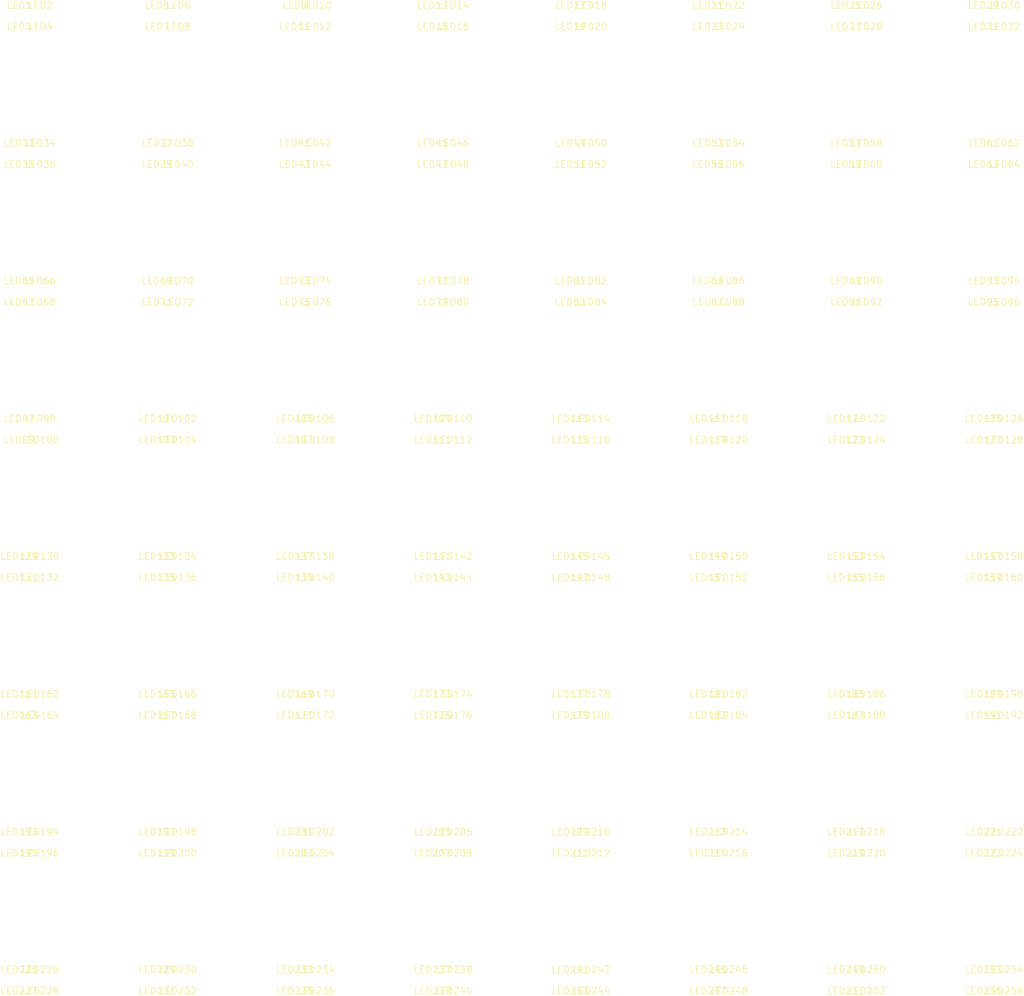
<source format=kicad_pcb>
(kicad_pcb (version 20241229) (generator "pcbnew") (generator_version "9.0")
  (layers (0 "F.Cu" signal) (2 "B.Cu" signal) (13 "F.Paste" user) (15 "B.Paste" user) (5 "F.SilkS" user "F.Silkscreen") (7 "B.SilkS" user "B.Silkscreen") (1 "F.Mask" user) (3 "B.Mask" user) (25 "Edge.Cuts" user))
  (net 0 "")
  (footprint "rp2040" (layer "F.Cu") (at 132 80)
    (property "Reference" "LED120" (at 0 0 0) (layer "F.SilkS") (effects (font (size 1.27 1.27))))
    (property "Value" "")
  )
  (footprint "rp2040" (layer "F.Cu") (at 54 24)
    (property "Reference" "LED42" (at 0 0 0) (layer "F.SilkS") (effects (font (size 1.27 1.27))))
    (property "Value" "")
  )
  (footprint "rp2040" (layer "F.Cu") (at 80 50)
    (property "Reference" "LED78" (at 0 0 0) (layer "F.SilkS") (effects (font (size 1.27 1.27))))
    (property "Value" "")
  )
  (footprint "rp2040" (layer "F.Cu") (at 50 54)
    (property "Reference" "LED75" (at 0 0 0) (layer "F.SilkS") (effects (font (size 1.27 1.27))))
    (property "Value" "")
  )
  (footprint "rp2040" (layer "F.Cu") (at 54 106)
    (property "Reference" "LED140" (at 0 0 0) (layer "F.SilkS") (effects (font (size 1.27 1.27))))
    (property "Value" "")
  )
  (footprint "rp2040" (layer "F.Cu") (at 128 80)
    (property "Reference" "LED119" (at 0 0 0) (layer "F.SilkS") (effects (font (size 1.27 1.27))))
    (property "Value" "")
  )
  (footprint "rp2040" (layer "F.Cu") (at 76 76)
    (property "Reference" "LED109" (at 0 0 0) (layer "F.SilkS") (effects (font (size 1.27 1.27))))
    (property "Value" "")
  )
  (footprint "rp2040" (layer "F.Cu") (at 80 2)
    (property "Reference" "LED16" (at 0 0 0) (layer "F.SilkS") (effects (font (size 1.27 1.27))))
    (property "Value" "")
  )
  (footprint "rp2040" (layer "F.Cu") (at 106 106)
    (property "Reference" "LED148" (at 0 0 0) (layer "F.SilkS") (effects (font (size 1.27 1.27))))
    (property "Value" "")
  )
  (footprint "rp2040" (layer "F.Cu") (at 28 50)
    (property "Reference" "LED70" (at 0 0 0) (layer "F.SilkS") (effects (font (size 1.27 1.27))))
    (property "Value" "")
  )
  (footprint "rp2040" (layer "F.Cu") (at 132 76)
    (property "Reference" "LED118" (at 0 0 0) (layer "F.SilkS") (effects (font (size 1.27 1.27))))
    (property "Value" "")
  )
  (footprint "rp2040" (layer "F.Cu") (at 76 54)
    (property "Reference" "LED79" (at 0 0 0) (layer "F.SilkS") (effects (font (size 1.27 1.27))))
    (property "Value" "")
  )
  (footprint "rp2040" (layer "F.Cu") (at 54 -2)
    (property "Reference" "LED10" (at 0 0 0) (layer "F.SilkS") (effects (font (size 1.27 1.27))))
    (property "Value" "")
  )
  (footprint "rp2040" (layer "F.Cu") (at 106 76)
    (property "Reference" "LED114" (at 0 0 0) (layer "F.SilkS") (effects (font (size 1.27 1.27))))
    (property "Value" "")
  )
  (footprint "rp2040" (layer "F.Cu") (at 2 28)
    (property "Reference" "LED36" (at 0 0 0) (layer "F.SilkS") (effects (font (size 1.27 1.27))))
    (property "Value" "")
  )
  (footprint "rp2040" (layer "F.Cu") (at 128 106)
    (property "Reference" "LED151" (at 0 0 0) (layer "F.SilkS") (effects (font (size 1.27 1.27))))
    (property "Value" "")
  )
  (footprint "rp2040" (layer "F.Cu") (at 128 132)
    (property "Reference" "LED183" (at 0 0 0) (layer "F.SilkS") (effects (font (size 1.27 1.27))))
    (property "Value" "")
  )
  (footprint "rp2040" (layer "F.Cu") (at 2 106)
    (property "Reference" "LED132" (at 0 0 0) (layer "F.SilkS") (effects (font (size 1.27 1.27))))
    (property "Value" "")
  )
  (footprint "rp2040" (layer "F.Cu") (at 158 132)
    (property "Reference" "LED188" (at 0 0 0) (layer "F.SilkS") (effects (font (size 1.27 1.27))))
    (property "Value" "")
  )
  (footprint "rp2040" (layer "F.Cu") (at 158 80)
    (property "Reference" "LED124" (at 0 0 0) (layer "F.SilkS") (effects (font (size 1.27 1.27))))
    (property "Value" "")
  )
  (footprint "rp2040" (layer "F.Cu") (at 76 154)
    (property "Reference" "LED205" (at 0 0 0) (layer "F.SilkS") (effects (font (size 1.27 1.27))))
    (property "Value" "")
  )
  (footprint "rp2040" (layer "F.Cu") (at 184 54)
    (property "Reference" "LED96" (at 0 0 0) (layer "F.SilkS") (effects (font (size 1.27 1.27))))
    (property "Value" "")
  )
  (footprint "rp2040" (layer "F.Cu") (at 128 180)
    (property "Reference" "LED245" (at 0 0 0) (layer "F.SilkS") (effects (font (size 1.27 1.27))))
    (property "Value" "")
  )
  (footprint "rp2040" (layer "F.Cu") (at 132 2)
    (property "Reference" "LED24" (at 0 0 0) (layer "F.SilkS") (effects (font (size 1.27 1.27))))
    (property "Value" "")
  )
  (footprint "rp2040" (layer "F.Cu") (at 76 102)
    (property "Reference" "LED141" (at 0 0 0) (layer "F.SilkS") (effects (font (size 1.27 1.27))))
    (property "Value" "")
  )
  (footprint "rp2040" (layer "F.Cu") (at -2 180)
    (property "Reference" "LED225" (at 0 0 0) (layer "F.SilkS") (effects (font (size 1.27 1.27))))
    (property "Value" "")
  )
  (footprint "rp2040" (layer "F.Cu") (at 106 24)
    (property "Reference" "LED50" (at 0 0 0) (layer "F.SilkS") (effects (font (size 1.27 1.27))))
    (property "Value" "")
  )
  (footprint "rp2040" (layer "F.Cu") (at 76 158)
    (property "Reference" "LED207" (at 0 0 0) (layer "F.SilkS") (effects (font (size 1.27 1.27))))
    (property "Value" "")
  )
  (footprint "rp2040" (layer "F.Cu") (at 28 128)
    (property "Reference" "LED166" (at 0 0 0) (layer "F.SilkS") (effects (font (size 1.27 1.27))))
    (property "Value" "")
  )
  (footprint "rp2040" (layer "F.Cu") (at 102 24)
    (property "Reference" "LED49" (at 0 0 0) (layer "F.SilkS") (effects (font (size 1.27 1.27))))
    (property "Value" "")
  )
  (footprint "rp2040" (layer "F.Cu") (at 154 24)
    (property "Reference" "LED57" (at 0 0 0) (layer "F.SilkS") (effects (font (size 1.27 1.27))))
    (property "Value" "")
  )
  (footprint "rp2040" (layer "F.Cu") (at 158 24)
    (property "Reference" "LED58" (at 0 0 0) (layer "F.SilkS") (effects (font (size 1.27 1.27))))
    (property "Value" "")
  )
  (footprint "rp2040" (layer "F.Cu") (at 80 132)
    (property "Reference" "LED176" (at 0 0 0) (layer "F.SilkS") (effects (font (size 1.27 1.27))))
    (property "Value" "")
  )
  (footprint "rp2040" (layer "F.Cu") (at 184 132)
    (property "Reference" "LED192" (at 0 0 0) (layer "F.SilkS") (effects (font (size 1.27 1.27))))
    (property "Value" "")
  )
  (footprint "rp2040" (layer "F.Cu") (at 50 106)
    (property "Reference" "LED139" (at 0 0 0) (layer "F.SilkS") (effects (font (size 1.27 1.27))))
    (property "Value" "")
  )
  (footprint "rp2040" (layer "F.Cu") (at 132 154)
    (property "Reference" "LED214" (at 0 0 0) (layer "F.SilkS") (effects (font (size 1.27 1.27))))
    (property "Value" "")
  )
  (footprint "rp2040" (layer "F.Cu") (at 80 80)
    (property "Reference" "LED112" (at 0 0 0) (layer "F.SilkS") (effects (font (size 1.27 1.27))))
    (property "Value" "")
  )
  (footprint "rp2040" (layer "F.Cu") (at 50 158)
    (property "Reference" "LED203" (at 0 0 0) (layer "F.SilkS") (effects (font (size 1.27 1.27))))
    (property "Value" "")
  )
  (footprint "rp2040" (layer "F.Cu") (at 180 154)
    (property "Reference" "LED221" (at 0 0 0) (layer "F.SilkS") (effects (font (size 1.27 1.27))))
    (property "Value" "")
  )
  (footprint "rp2040" (layer "F.Cu") (at 76 180)
    (property "Reference" "LED237" (at 0 0 0) (layer "F.SilkS") (effects (font (size 1.27 1.27))))
    (property "Value" "")
  )
  (footprint "rp2040" (layer "F.Cu") (at 80 -2)
    (property "Reference" "LED14" (at 0 0 0) (layer "F.SilkS") (effects (font (size 1.27 1.27))))
    (property "Value" "")
  )
  (footprint "rp2040" (layer "F.Cu") (at 24 76)
    (property "Reference" "LED101" (at 0 0 0) (layer "F.SilkS") (effects (font (size 1.27 1.27))))
    (property "Value" "")
  )
  (footprint "rp2040" (layer "F.Cu") (at 102 102)
    (property "Reference" "LED145" (at 0 0 0) (layer "F.SilkS") (effects (font (size 1.27 1.27))))
    (property "Value" "")
  )
  (footprint "rp2040" (layer "F.Cu") (at -2 80)
    (property "Reference" "LED99" (at 0 0 0) (layer "F.SilkS") (effects (font (size 1.27 1.27))))
    (property "Value" "")
  )
  (footprint "rp2040" (layer "F.Cu") (at 54 76)
    (property "Reference" "LED106" (at 0 0 0) (layer "F.SilkS") (effects (font (size 1.27 1.27))))
    (property "Value" "")
  )
  (footprint "rp2040" (layer "F.Cu") (at -2 128)
    (property "Reference" "LED161" (at 0 0 0) (layer "F.SilkS") (effects (font (size 1.27 1.27))))
    (property "Value" "")
  )
  (footprint "rp2040" (layer "F.Cu") (at 50 102)
    (property "Reference" "LED137" (at 0 0 0) (layer "F.SilkS") (effects (font (size 1.27 1.27))))
    (property "Value" "")
  )
  (footprint "rp2040" (layer "F.Cu") (at 102 50)
    (property "Reference" "LED81" (at 0 0 0) (layer "F.SilkS") (effects (font (size 1.27 1.27))))
    (property "Value" "")
  )
  (footprint "rp2040" (layer "F.Cu") (at 2 154)
    (property "Reference" "LED194" (at 0 0 0) (layer "F.SilkS") (effects (font (size 1.27 1.27))))
    (property "Value" "")
  )
  (footprint "rp2040" (layer "F.Cu") (at 80 184)
    (property "Reference" "LED240" (at 0 0 0) (layer "F.SilkS") (effects (font (size 1.27 1.27))))
    (property "Value" "")
  )
  (footprint "rp2040" (layer "F.Cu") (at 132 180)
    (property "Reference" "LED246" (at 0 0 0) (layer "F.SilkS") (effects (font (size 1.27 1.27))))
    (property "Value" "")
  )
  (footprint "rp2040" (layer "F.Cu") (at 128 102)
    (property "Reference" "LED149" (at 0 0 0) (layer "F.SilkS") (effects (font (size 1.27 1.27))))
    (property "Value" "")
  )
  (footprint "rp2040" (layer "F.Cu") (at 106 132)
    (property "Reference" "LED180" (at 0 0 0) (layer "F.SilkS") (effects (font (size 1.27 1.27))))
    (property "Value" "")
  )
  (footprint "rp2040" (layer "F.Cu") (at 154 102)
    (property "Reference" "LED153" (at 0 0 0) (layer "F.SilkS") (effects (font (size 1.27 1.27))))
    (property "Value" "")
  )
  (footprint "rp2040" (layer "F.Cu") (at 102 76)
    (property "Reference" "LED113" (at 0 0 0) (layer "F.SilkS") (effects (font (size 1.27 1.27))))
    (property "Value" "")
  )
  (footprint "rp2040" (layer "F.Cu") (at 128 28)
    (property "Reference" "LED55" (at 0 0 0) (layer "F.SilkS") (effects (font (size 1.27 1.27))))
    (property "Value" "")
  )
  (footprint "rp2040" (layer "F.Cu") (at 158 184)
    (property "Reference" "LED252" (at 0 0 0) (layer "F.SilkS") (effects (font (size 1.27 1.27))))
    (property "Value" "")
  )
  (footprint "rp2040" (layer "F.Cu") (at 76 132)
    (property "Reference" "LED175" (at 0 0 0) (layer "F.SilkS") (effects (font (size 1.27 1.27))))
    (property "Value" "")
  )
  (footprint "rp2040" (layer "F.Cu") (at 106 180)
    (property "Reference" "LED242" (at 0 0 0) (layer "F.SilkS") (effects (font (size 1.27 1.27))))
    (property "Value" "")
  )
  (footprint "rp2040" (layer "F.Cu") (at 158 158)
    (property "Reference" "LED220" (at 0 0 0) (layer "F.SilkS") (effects (font (size 1.27 1.27))))
    (property "Value" "")
  )
  (footprint "rp2040" (layer "F.Cu") (at 154 132)
    (property "Reference" "LED187" (at 0 0 0) (layer "F.SilkS") (effects (font (size 1.27 1.27))))
    (property "Value" "")
  )
  (footprint "rp2040" (layer "F.Cu") (at 2 24)
    (property "Reference" "LED34" (at 0 0 0) (layer "F.SilkS") (effects (font (size 1.27 1.27))))
    (property "Value" "")
  )
  (footprint "rp2040" (layer "F.Cu") (at 102 106)
    (property "Reference" "LED147" (at 0 0 0) (layer "F.SilkS") (effects (font (size 1.27 1.27))))
    (property "Value" "")
  )
  (footprint "rp2040" (layer "F.Cu") (at 106 128)
    (property "Reference" "LED178" (at 0 0 0) (layer "F.SilkS") (effects (font (size 1.27 1.27))))
    (property "Value" "")
  )
  (footprint "rp2040" (layer "F.Cu") (at 154 158)
    (property "Reference" "LED219" (at 0 0 0) (layer "F.SilkS") (effects (font (size 1.27 1.27))))
    (property "Value" "")
  )
  (footprint "rp2040" (layer "F.Cu") (at 128 50)
    (property "Reference" "LED85" (at 0 0 0) (layer "F.SilkS") (effects (font (size 1.27 1.27))))
    (property "Value" "")
  )
  (footprint "rp2040" (layer "F.Cu") (at 180 184)
    (property "Reference" "LED255" (at 0 0 0) (layer "F.SilkS") (effects (font (size 1.27 1.27))))
    (property "Value" "")
  )
  (footprint "rp2040" (layer "F.Cu") (at 54 54)
    (property "Reference" "LED76" (at 0 0 0) (layer "F.SilkS") (effects (font (size 1.27 1.27))))
    (property "Value" "")
  )
  (footprint "rp2040" (layer "F.Cu") (at 80 24)
    (property "Reference" "LED46" (at 0 0 0) (layer "F.SilkS") (effects (font (size 1.27 1.27))))
    (property "Value" "")
  )
  (footprint "rp2040" (layer "F.Cu") (at 106 28)
    (property "Reference" "LED52" (at 0 0 0) (layer "F.SilkS") (effects (font (size 1.27 1.27))))
    (property "Value" "")
  )
  (footprint "rp2040" (layer "F.Cu") (at 158 102)
    (property "Reference" "LED154" (at 0 0 0) (layer "F.SilkS") (effects (font (size 1.27 1.27))))
    (property "Value" "")
  )
  (footprint "rp2040" (layer "F.Cu") (at -2 50)
    (property "Reference" "LED65" (at 0 0 0) (layer "F.SilkS") (effects (font (size 1.27 1.27))))
    (property "Value" "")
  )
  (footprint "rp2040" (layer "F.Cu") (at 184 76)
    (property "Reference" "LED126" (at 0 0 0) (layer "F.SilkS") (effects (font (size 1.27 1.27))))
    (property "Value" "")
  )
  (footprint "rp2040" (layer "F.Cu") (at 132 132)
    (property "Reference" "LED184" (at 0 0 0) (layer "F.SilkS") (effects (font (size 1.27 1.27))))
    (property "Value" "")
  )
  (footprint "rp2040" (layer "F.Cu") (at 102 -2)
    (property "Reference" "LED17" (at 0 0 0) (layer "F.SilkS") (effects (font (size 1.27 1.27))))
    (property "Value" "")
  )
  (footprint "rp2040" (layer "F.Cu") (at 80 158)
    (property "Reference" "LED208" (at 0 0 0) (layer "F.SilkS") (effects (font (size 1.27 1.27))))
    (property "Value" "")
  )
  (footprint "rp2040" (layer "F.Cu") (at 180 -2)
    (property "Reference" "LED29" (at 0 0 0) (layer "F.SilkS") (effects (font (size 1.27 1.27))))
    (property "Value" "")
  )
  (footprint "rp2040" (layer "F.Cu") (at 24 106)
    (property "Reference" "LED135" (at 0 0 0) (layer "F.SilkS") (effects (font (size 1.27 1.27))))
    (property "Value" "")
  )
  (footprint "rp2040" (layer "F.Cu") (at 184 2)
    (property "Reference" "LED32" (at 0 0 0) (layer "F.SilkS") (effects (font (size 1.27 1.27))))
    (property "Value" "")
  )
  (footprint "rp2040" (layer "F.Cu") (at 158 2)
    (property "Reference" "LED28" (at 0 0 0) (layer "F.SilkS") (effects (font (size 1.27 1.27))))
    (property "Value" "")
  )
  (footprint "rp2040" (layer "F.Cu") (at 132 128)
    (property "Reference" "LED182" (at 0 0 0) (layer "F.SilkS") (effects (font (size 1.27 1.27))))
    (property "Value" "")
  )
  (footprint "rp2040" (layer "F.Cu") (at 132 184)
    (property "Reference" "LED248" (at 0 0 0) (layer "F.SilkS") (effects (font (size 1.27 1.27))))
    (property "Value" "")
  )
  (footprint "rp2040" (layer "F.Cu") (at 180 180)
    (property "Reference" "LED253" (at 0 0 0) (layer "F.SilkS") (effects (font (size 1.27 1.27))))
    (property "Value" "")
  )
  (footprint "rp2040" (layer "F.Cu") (at 28 184)
    (property "Reference" "LED232" (at 0 0 0) (layer "F.SilkS") (effects (font (size 1.27 1.27))))
    (property "Value" "")
  )
  (footprint "rp2040" (layer "F.Cu") (at 128 2)
    (property "Reference" "LED23" (at 0 0 0) (layer "F.SilkS") (effects (font (size 1.27 1.27))))
    (property "Value" "")
  )
  (footprint "rp2040" (layer "F.Cu") (at 102 2)
    (property "Reference" "LED19" (at 0 0 0) (layer "F.SilkS") (effects (font (size 1.27 1.27))))
    (property "Value" "")
  )
  (footprint "rp2040" (layer "F.Cu") (at 180 28)
    (property "Reference" "LED63" (at 0 0 0) (layer "F.SilkS") (effects (font (size 1.27 1.27))))
    (property "Value" "")
  )
  (footprint "rp2040" (layer "F.Cu") (at -2 132)
    (property "Reference" "LED163" (at 0 0 0) (layer "F.SilkS") (effects (font (size 1.27 1.27))))
    (property "Value" "")
  )
  (footprint "rp2040" (layer "F.Cu") (at 50 24)
    (property "Reference" "LED41" (at 0 0 0) (layer "F.SilkS") (effects (font (size 1.27 1.27))))
    (property "Value" "")
  )
  (footprint "rp2040" (layer "F.Cu") (at -2 54)
    (property "Reference" "LED67" (at 0 0 0) (layer "F.SilkS") (effects (font (size 1.27 1.27))))
    (property "Value" "")
  )
  (footprint "rp2040" (layer "F.Cu") (at 28 180)
    (property "Reference" "LED230" (at 0 0 0) (layer "F.SilkS") (effects (font (size 1.27 1.27))))
    (property "Value" "")
  )
  (footprint "rp2040" (layer "F.Cu") (at 102 184)
    (property "Reference" "LED243" (at 0 0 0) (layer "F.SilkS") (effects (font (size 1.27 1.27))))
    (property "Value" "")
  )
  (footprint "rp2040" (layer "F.Cu") (at 24 128)
    (property "Reference" "LED165" (at 0 0 0) (layer "F.SilkS") (effects (font (size 1.27 1.27))))
    (property "Value" "")
  )
  (footprint "rp2040" (layer "F.Cu") (at 2 -2)
    (property "Reference" "LED2" (at 0 0 0) (layer "F.SilkS") (effects (font (size 1.27 1.27))))
    (property "Value" "")
  )
  (footprint "rp2040" (layer "F.Cu") (at -2 2)
    (property "Reference" "LED3" (at 0 0 0) (layer "F.SilkS") (effects (font (size 1.27 1.27))))
    (property "Value" "")
  )
  (footprint "rp2040" (layer "F.Cu") (at 76 80)
    (property "Reference" "LED111" (at 0 0 0) (layer "F.SilkS") (effects (font (size 1.27 1.27))))
    (property "Value" "")
  )
  (footprint "rp2040" (layer "F.Cu") (at 128 -2)
    (property "Reference" "LED21" (at 0 0 0) (layer "F.SilkS") (effects (font (size 1.27 1.27))))
    (property "Value" "")
  )
  (footprint "rp2040" (layer "F.Cu") (at 154 106)
    (property "Reference" "LED155" (at 0 0 0) (layer "F.SilkS") (effects (font (size 1.27 1.27))))
    (property "Value" "")
  )
  (footprint "rp2040" (layer "F.Cu") (at 180 24)
    (property "Reference" "LED61" (at 0 0 0) (layer "F.SilkS") (effects (font (size 1.27 1.27))))
    (property "Value" "")
  )
  (footprint "rp2040" (layer "F.Cu") (at 154 2)
    (property "Reference" "LED27" (at 0 0 0) (layer "F.SilkS") (effects (font (size 1.27 1.27))))
    (property "Value" "")
  )
  (footprint "rp2040" (layer "F.Cu") (at 102 80)
    (property "Reference" "LED115" (at 0 0 0) (layer "F.SilkS") (effects (font (size 1.27 1.27))))
    (property "Value" "")
  )
  (footprint "rp2040" (layer "F.Cu") (at -2 28)
    (property "Reference" "LED35" (at 0 0 0) (layer "F.SilkS") (effects (font (size 1.27 1.27))))
    (property "Value" "")
  )
  (footprint "rp2040" (layer "F.Cu") (at 24 50)
    (property "Reference" "LED69" (at 0 0 0) (layer "F.SilkS") (effects (font (size 1.27 1.27))))
    (property "Value" "")
  )
  (footprint "rp2040" (layer "F.Cu") (at 54 102)
    (property "Reference" "LED138" (at 0 0 0) (layer "F.SilkS") (effects (font (size 1.27 1.27))))
    (property "Value" "")
  )
  (footprint "rp2040" (layer "F.Cu") (at 54 132)
    (property "Reference" "LED172" (at 0 0 0) (layer "F.SilkS") (effects (font (size 1.27 1.27))))
    (property "Value" "")
  )
  (footprint "rp2040" (layer "F.Cu") (at 80 154)
    (property "Reference" "LED206" (at 0 0 0) (layer "F.SilkS") (effects (font (size 1.27 1.27))))
    (property "Value" "")
  )
  (footprint "rp2040" (layer "F.Cu") (at 50 28)
    (property "Reference" "LED43" (at 0 0 0) (layer "F.SilkS") (effects (font (size 1.27 1.27))))
    (property "Value" "")
  )
  (footprint "rp2040" (layer "F.Cu") (at 24 54)
    (property "Reference" "LED71" (at 0 0 0) (layer "F.SilkS") (effects (font (size 1.27 1.27))))
    (property "Value" "")
  )
  (footprint "rp2040" (layer "F.Cu") (at 50 128)
    (property "Reference" "LED169" (at 0 0 0) (layer "F.SilkS") (effects (font (size 1.27 1.27))))
    (property "Value" "")
  )
  (footprint "rp2040" (layer "F.Cu") (at 76 2)
    (property "Reference" "LED15" (at 0 0 0) (layer "F.SilkS") (effects (font (size 1.27 1.27))))
    (property "Value" "")
  )
  (footprint "rp2040" (layer "F.Cu") (at 50 184)
    (property "Reference" "LED235" (at 0 0 0) (layer "F.SilkS") (effects (font (size 1.27 1.27))))
    (property "Value" "")
  )
  (footprint "rp2040" (layer "F.Cu") (at 184 102)
    (property "Reference" "LED158" (at 0 0 0) (layer "F.SilkS") (effects (font (size 1.27 1.27))))
    (property "Value" "")
  )
  (footprint "rp2040" (layer "F.Cu") (at 50 76)
    (property "Reference" "LED105" (at 0 0 0) (layer "F.SilkS") (effects (font (size 1.27 1.27))))
    (property "Value" "")
  )
  (footprint "rp2040" (layer "F.Cu") (at 184 50)
    (property "Reference" "LED94" (at 0 0 0) (layer "F.SilkS") (effects (font (size 1.27 1.27))))
    (property "Value" "")
  )
  (footprint "rp2040" (layer "F.Cu") (at 28 -2)
    (property "Reference" "LED6" (at 0 0 0) (layer "F.SilkS") (effects (font (size 1.27 1.27))))
    (property "Value" "")
  )
  (footprint "rp2040" (layer "F.Cu") (at 2 132)
    (property "Reference" "LED164" (at 0 0 0) (layer "F.SilkS") (effects (font (size 1.27 1.27))))
    (property "Value" "")
  )
  (footprint "rp2040" (layer "F.Cu") (at 180 132)
    (property "Reference" "LED191" (at 0 0 0) (layer "F.SilkS") (effects (font (size 1.27 1.27))))
    (property "Value" "")
  )
  (footprint "rp2040" (layer "F.Cu") (at 184 80)
    (property "Reference" "LED128" (at 0 0 0) (layer "F.SilkS") (effects (font (size 1.27 1.27))))
    (property "Value" "")
  )
  (footprint "rp2040" (layer "F.Cu") (at 132 106)
    (property "Reference" "LED152" (at 0 0 0) (layer "F.SilkS") (effects (font (size 1.27 1.27))))
    (property "Value" "")
  )
  (footprint "rp2040" (layer "F.Cu") (at 158 28)
    (property "Reference" "LED60" (at 0 0 0) (layer "F.SilkS") (effects (font (size 1.27 1.27))))
    (property "Value" "")
  )
  (footprint "rp2040" (layer "F.Cu") (at 102 180)
    (property "Reference" "LED241" (at 0 0 0) (layer "F.SilkS") (effects (font (size 1.27 1.27))))
    (property "Value" "")
  )
  (footprint "rp2040" (layer "F.Cu") (at 158 180)
    (property "Reference" "LED250" (at 0 0 0) (layer "F.SilkS") (effects (font (size 1.27 1.27))))
    (property "Value" "")
  )
  (footprint "rp2040" (layer "F.Cu") (at 102 154)
    (property "Reference" "LED209" (at 0 0 0) (layer "F.SilkS") (effects (font (size 1.27 1.27))))
    (property "Value" "")
  )
  (footprint "rp2040" (layer "F.Cu") (at 128 76)
    (property "Reference" "LED117" (at 0 0 0) (layer "F.SilkS") (effects (font (size 1.27 1.27))))
    (property "Value" "")
  )
  (footprint "rp2040" (layer "F.Cu") (at 54 50)
    (property "Reference" "LED74" (at 0 0 0) (layer "F.SilkS") (effects (font (size 1.27 1.27))))
    (property "Value" "")
  )
  (footprint "rp2040" (layer "F.Cu") (at 106 184)
    (property "Reference" "LED244" (at 0 0 0) (layer "F.SilkS") (effects (font (size 1.27 1.27))))
    (property "Value" "")
  )
  (footprint "rp2040" (layer "F.Cu") (at 54 2)
    (property "Reference" "LED12" (at 0 0 0) (layer "F.SilkS") (effects (font (size 1.27 1.27))))
    (property "Value" "")
  )
  (footprint "rp2040" (layer "F.Cu") (at 24 2)
    (property "Reference" "LED7" (at 0 0 0) (layer "F.SilkS") (effects (font (size 1.27 1.27))))
    (property "Value" "")
  )
  (footprint "rp2040" (layer "F.Cu") (at 76 -2)
    (property "Reference" "LED13" (at 0 0 0) (layer "F.SilkS") (effects (font (size 1.27 1.27))))
    (property "Value" "")
  )
  (footprint "rp2040" (layer "F.Cu") (at 2 80)
    (property "Reference" "LED100" (at 0 0 0) (layer "F.SilkS") (effects (font (size 1.27 1.27))))
    (property "Value" "")
  )
  (footprint "rp2040" (layer "F.Cu") (at 28 76)
    (property "Reference" "LED102" (at 0 0 0) (layer "F.SilkS") (effects (font (size 1.27 1.27))))
    (property "Value" "")
  )
  (footprint "rp2040" (layer "F.Cu") (at 128 54)
    (property "Reference" "LED87" (at 0 0 0) (layer "F.SilkS") (effects (font (size 1.27 1.27))))
    (property "Value" "")
  )
  (footprint "rp2040" (layer "F.Cu") (at 28 102)
    (property "Reference" "LED134" (at 0 0 0) (layer "F.SilkS") (effects (font (size 1.27 1.27))))
    (property "Value" "")
  )
  (footprint "rp2040" (layer "F.Cu") (at 132 50)
    (property "Reference" "LED86" (at 0 0 0) (layer "F.SilkS") (effects (font (size 1.27 1.27))))
    (property "Value" "")
  )
  (footprint "rp2040" (layer "F.Cu") (at 28 158)
    (property "Reference" "LED200" (at 0 0 0) (layer "F.SilkS") (effects (font (size 1.27 1.27))))
    (property "Value" "")
  )
  (footprint "rp2040" (layer "F.Cu") (at 28 132)
    (property "Reference" "LED168" (at 0 0 0) (layer "F.SilkS") (effects (font (size 1.27 1.27))))
    (property "Value" "")
  )
  (footprint "rp2040" (layer "F.Cu") (at 80 28)
    (property "Reference" "LED48" (at 0 0 0) (layer "F.SilkS") (effects (font (size 1.27 1.27))))
    (property "Value" "")
  )
  (footprint "rp2040" (layer "F.Cu") (at 80 106)
    (property "Reference" "LED144" (at 0 0 0) (layer "F.SilkS") (effects (font (size 1.27 1.27))))
    (property "Value" "")
  )
  (footprint "rp2040" (layer "F.Cu") (at 54 154)
    (property "Reference" "LED202" (at 0 0 0) (layer "F.SilkS") (effects (font (size 1.27 1.27))))
    (property "Value" "")
  )
  (footprint "rp2040" (layer "F.Cu") (at 28 154)
    (property "Reference" "LED198" (at 0 0 0) (layer "F.SilkS") (effects (font (size 1.27 1.27))))
    (property "Value" "")
  )
  (footprint "rp2040" (layer "F.Cu") (at 128 154)
    (property "Reference" "LED213" (at 0 0 0) (layer "F.SilkS") (effects (font (size 1.27 1.27))))
    (property "Value" "")
  )
  (footprint "rp2040" (layer "F.Cu") (at -2 102)
    (property "Reference" "LED129" (at 0 0 0) (layer "F.SilkS") (effects (font (size 1.27 1.27))))
    (property "Value" "")
  )
  (footprint "rp2040" (layer "F.Cu") (at 2 102)
    (property "Reference" "LED130" (at 0 0 0) (layer "F.SilkS") (effects (font (size 1.27 1.27))))
    (property "Value" "")
  )
  (footprint "rp2040" (layer "F.Cu") (at 128 158)
    (property "Reference" "LED215" (at 0 0 0) (layer "F.SilkS") (effects (font (size 1.27 1.27))))
    (property "Value" "")
  )
  (footprint "rp2040" (layer "F.Cu") (at 154 180)
    (property "Reference" "LED249" (at 0 0 0) (layer "F.SilkS") (effects (font (size 1.27 1.27))))
    (property "Value" "")
  )
  (footprint "rp2040" (layer "F.Cu") (at 2 54)
    (property "Reference" "LED68" (at 0 0 0) (layer "F.SilkS") (effects (font (size 1.27 1.27))))
    (property "Value" "")
  )
  (footprint "rp2040" (layer "F.Cu") (at 76 24)
    (property "Reference" "LED45" (at 0 0 0) (layer "F.SilkS") (effects (font (size 1.27 1.27))))
    (property "Value" "")
  )
  (footprint "rp2040" (layer "F.Cu") (at 50 50)
    (property "Reference" "LED73" (at 0 0 0) (layer "F.SilkS") (effects (font (size 1.27 1.27))))
    (property "Value" "")
  )
  (footprint "rp2040" (layer "F.Cu") (at -2 24)
    (property "Reference" "LED33" (at 0 0 0) (layer "F.SilkS") (effects (font (size 1.27 1.27))))
    (property "Value" "")
  )
  (footprint "rp2040" (layer "F.Cu") (at 128 184)
    (property "Reference" "LED247" (at 0 0 0) (layer "F.SilkS") (effects (font (size 1.27 1.27))))
    (property "Value" "")
  )
  (footprint "rp2040" (layer "F.Cu") (at 154 28)
    (property "Reference" "LED59" (at 0 0 0) (layer "F.SilkS") (effects (font (size 1.27 1.27))))
    (property "Value" "")
  )
  (footprint "rp2040" (layer "F.Cu") (at 24 80)
    (property "Reference" "LED103" (at 0 0 0) (layer "F.SilkS") (effects (font (size 1.27 1.27))))
    (property "Value" "")
  )
  (footprint "rp2040" (layer "F.Cu") (at 106 50)
    (property "Reference" "LED82" (at 0 0 0) (layer "F.SilkS") (effects (font (size 1.27 1.27))))
    (property "Value" "")
  )
  (footprint "rp2040" (layer "F.Cu") (at 76 128)
    (property "Reference" "LED173" (at 0 0 0) (layer "F.SilkS") (effects (font (size 1.27 1.27))))
    (property "Value" "")
  )
  (footprint "rp2040" (layer "F.Cu") (at -2 154)
    (property "Reference" "LED193" (at 0 0 0) (layer "F.SilkS") (effects (font (size 1.27 1.27))))
    (property "Value" "")
  )
  (footprint "rp2040" (layer "F.Cu") (at 24 28)
    (property "Reference" "LED39" (at 0 0 0) (layer "F.SilkS") (effects (font (size 1.27 1.27))))
    (property "Value" "")
  )
  (footprint "rp2040" (layer "F.Cu") (at 106 102)
    (property "Reference" "LED146" (at 0 0 0) (layer "F.SilkS") (effects (font (size 1.27 1.27))))
    (property "Value" "")
  )
  (footprint "rp2040" (layer "F.Cu") (at 2 184)
    (property "Reference" "LED228" (at 0 0 0) (layer "F.SilkS") (effects (font (size 1.27 1.27))))
    (property "Value" "")
  )
  (footprint "rp2040" (layer "F.Cu") (at 50 -2)
    (property "Reference" "LED9" (at 0 0 0) (layer "F.SilkS") (effects (font (size 1.27 1.27))))
    (property "Value" "")
  )
  (footprint "rp2040" (layer "F.Cu") (at 132 24)
    (property "Reference" "LED54" (at 0 0 0) (layer "F.SilkS") (effects (font (size 1.27 1.27))))
    (property "Value" "")
  )
  (footprint "rp2040" (layer "F.Cu") (at 154 76)
    (property "Reference" "LED121" (at 0 0 0) (layer "F.SilkS") (effects (font (size 1.27 1.27))))
    (property "Value" "")
  )
  (footprint "rp2040" (layer "F.Cu") (at 76 50)
    (property "Reference" "LED77" (at 0 0 0) (layer "F.SilkS") (effects (font (size 1.27 1.27))))
    (property "Value" "")
  )
  (footprint "rp2040" (layer "F.Cu") (at 2 2)
    (property "Reference" "LED4" (at 0 0 0) (layer "F.SilkS") (effects (font (size 1.27 1.27))))
    (property "Value" "")
  )
  (footprint "rp2040" (layer "F.Cu") (at 158 106)
    (property "Reference" "LED156" (at 0 0 0) (layer "F.SilkS") (effects (font (size 1.27 1.27))))
    (property "Value" "")
  )
  (footprint "rp2040" (layer "F.Cu") (at 184 184)
    (property "Reference" "LED256" (at 0 0 0) (layer "F.SilkS") (effects (font (size 1.27 1.27))))
    (property "Value" "")
  )
  (footprint "rp2040" (layer "F.Cu") (at 158 154)
    (property "Reference" "LED218" (at 0 0 0) (layer "F.SilkS") (effects (font (size 1.27 1.27))))
    (property "Value" "")
  )
  (footprint "rp2040" (layer "F.Cu") (at 102 128)
    (property "Reference" "LED177" (at 0 0 0) (layer "F.SilkS") (effects (font (size 1.27 1.27))))
    (property "Value" "")
  )
  (footprint "rp2040" (layer "F.Cu") (at 106 54)
    (property "Reference" "LED84" (at 0 0 0) (layer "F.SilkS") (effects (font (size 1.27 1.27))))
    (property "Value" "")
  )
  (footprint "rp2040" (layer "F.Cu") (at -2 -2)
    (property "Reference" "LED1" (at 0 0 0) (layer "F.SilkS") (effects (font (size 1.27 1.27))))
    (property "Value" "")
  )
  (footprint "rp2040" (layer "F.Cu") (at 132 28)
    (property "Reference" "LED56" (at 0 0 0) (layer "F.SilkS") (effects (font (size 1.27 1.27))))
    (property "Value" "")
  )
  (footprint "rp2040" (layer "F.Cu") (at 184 106)
    (property "Reference" "LED160" (at 0 0 0) (layer "F.SilkS") (effects (font (size 1.27 1.27))))
    (property "Value" "")
  )
  (footprint "rp2040" (layer "F.Cu") (at 50 180)
    (property "Reference" "LED233" (at 0 0 0) (layer "F.SilkS") (effects (font (size 1.27 1.27))))
    (property "Value" "")
  )
  (footprint "rp2040" (layer "F.Cu") (at 54 128)
    (property "Reference" "LED170" (at 0 0 0) (layer "F.SilkS") (effects (font (size 1.27 1.27))))
    (property "Value" "")
  )
  (footprint "rp2040" (layer "F.Cu") (at 54 180)
    (property "Reference" "LED234" (at 0 0 0) (layer "F.SilkS") (effects (font (size 1.27 1.27))))
    (property "Value" "")
  )
  (footprint "rp2040" (layer "F.Cu") (at 50 80)
    (property "Reference" "LED107" (at 0 0 0) (layer "F.SilkS") (effects (font (size 1.27 1.27))))
    (property "Value" "")
  )
  (footprint "rp2040" (layer "F.Cu") (at 28 80)
    (property "Reference" "LED104" (at 0 0 0) (layer "F.SilkS") (effects (font (size 1.27 1.27))))
    (property "Value" "")
  )
  (footprint "rp2040" (layer "F.Cu") (at 180 106)
    (property "Reference" "LED159" (at 0 0 0) (layer "F.SilkS") (effects (font (size 1.27 1.27))))
    (property "Value" "")
  )
  (footprint "rp2040" (layer "F.Cu") (at 76 184)
    (property "Reference" "LED239" (at 0 0 0) (layer "F.SilkS") (effects (font (size 1.27 1.27))))
    (property "Value" "")
  )
  (footprint "rp2040" (layer "F.Cu") (at 106 80)
    (property "Reference" "LED116" (at 0 0 0) (layer "F.SilkS") (effects (font (size 1.27 1.27))))
    (property "Value" "")
  )
  (footprint "rp2040" (layer "F.Cu") (at 24 180)
    (property "Reference" "LED229" (at 0 0 0) (layer "F.SilkS") (effects (font (size 1.27 1.27))))
    (property "Value" "")
  )
  (footprint "rp2040" (layer "F.Cu") (at 80 102)
    (property "Reference" "LED142" (at 0 0 0) (layer "F.SilkS") (effects (font (size 1.27 1.27))))
    (property "Value" "")
  )
  (footprint "rp2040" (layer "F.Cu") (at 50 132)
    (property "Reference" "LED171" (at 0 0 0) (layer "F.SilkS") (effects (font (size 1.27 1.27))))
    (property "Value" "")
  )
  (footprint "rp2040" (layer "F.Cu") (at 184 24)
    (property "Reference" "LED62" (at 0 0 0) (layer "F.SilkS") (effects (font (size 1.27 1.27))))
    (property "Value" "")
  )
  (footprint "rp2040" (layer "F.Cu") (at 50 154)
    (property "Reference" "LED201" (at 0 0 0) (layer "F.SilkS") (effects (font (size 1.27 1.27))))
    (property "Value" "")
  )
  (footprint "rp2040" (layer "F.Cu") (at 102 132)
    (property "Reference" "LED179" (at 0 0 0) (layer "F.SilkS") (effects (font (size 1.27 1.27))))
    (property "Value" "")
  )
  (footprint "rp2040" (layer "F.Cu") (at 154 50)
    (property "Reference" "LED89" (at 0 0 0) (layer "F.SilkS") (effects (font (size 1.27 1.27))))
    (property "Value" "")
  )
  (footprint "rp2040" (layer "F.Cu") (at 158 50)
    (property "Reference" "LED90" (at 0 0 0) (layer "F.SilkS") (effects (font (size 1.27 1.27))))
    (property "Value" "")
  )
  (footprint "rp2040" (layer "F.Cu") (at 154 184)
    (property "Reference" "LED251" (at 0 0 0) (layer "F.SilkS") (effects (font (size 1.27 1.27))))
    (property "Value" "")
  )
  (footprint "rp2040" (layer "F.Cu") (at 2 128)
    (property "Reference" "LED162" (at 0 0 0) (layer "F.SilkS") (effects (font (size 1.27 1.27))))
    (property "Value" "")
  )
  (footprint "rp2040" (layer "F.Cu") (at 184 158)
    (property "Reference" "LED224" (at 0 0 0) (layer "F.SilkS") (effects (font (size 1.27 1.27))))
    (property "Value" "")
  )
  (footprint "rp2040" (layer "F.Cu") (at 54 184)
    (property "Reference" "LED236" (at 0 0 0) (layer "F.SilkS") (effects (font (size 1.27 1.27))))
    (property "Value" "")
  )
  (footprint "rp2040" (layer "F.Cu") (at 28 2)
    (property "Reference" "LED8" (at 0 0 0) (layer "F.SilkS") (effects (font (size 1.27 1.27))))
    (property "Value" "")
  )
  (footprint "rp2040" (layer "F.Cu") (at 158 76)
    (property "Reference" "LED122" (at 0 0 0) (layer "F.SilkS") (effects (font (size 1.27 1.27))))
    (property "Value" "")
  )
  (footprint "rp2040" (layer "F.Cu") (at 28 24)
    (property "Reference" "LED38" (at 0 0 0) (layer "F.SilkS") (effects (font (size 1.27 1.27))))
    (property "Value" "")
  )
  (footprint "rp2040" (layer "F.Cu") (at 128 24)
    (property "Reference" "LED53" (at 0 0 0) (layer "F.SilkS") (effects (font (size 1.27 1.27))))
    (property "Value" "")
  )
  (footprint "rp2040" (layer "F.Cu") (at 24 154)
    (property "Reference" "LED197" (at 0 0 0) (layer "F.SilkS") (effects (font (size 1.27 1.27))))
    (property "Value" "")
  )
  (footprint "rp2040" (layer "F.Cu") (at 180 158)
    (property "Reference" "LED223" (at 0 0 0) (layer "F.SilkS") (effects (font (size 1.27 1.27))))
    (property "Value" "")
  )
  (footprint "rp2040" (layer "F.Cu") (at 28 28)
    (property "Reference" "LED40" (at 0 0 0) (layer "F.SilkS") (effects (font (size 1.27 1.27))))
    (property "Value" "")
  )
  (footprint "rp2040" (layer "F.Cu") (at 180 50)
    (property "Reference" "LED93" (at 0 0 0) (layer "F.SilkS") (effects (font (size 1.27 1.27))))
    (property "Value" "")
  )
  (footprint "rp2040" (layer "F.Cu") (at 24 102)
    (property "Reference" "LED133" (at 0 0 0) (layer "F.SilkS") (effects (font (size 1.27 1.27))))
    (property "Value" "")
  )
  (footprint "rp2040" (layer "F.Cu") (at 180 76)
    (property "Reference" "LED125" (at 0 0 0) (layer "F.SilkS") (effects (font (size 1.27 1.27))))
    (property "Value" "")
  )
  (footprint "rp2040" (layer "F.Cu") (at 158 54)
    (property "Reference" "LED92" (at 0 0 0) (layer "F.SilkS") (effects (font (size 1.27 1.27))))
    (property "Value" "")
  )
  (footprint "rp2040" (layer "F.Cu") (at 132 158)
    (property "Reference" "LED216" (at 0 0 0) (layer "F.SilkS") (effects (font (size 1.27 1.27))))
    (property "Value" "")
  )
  (footprint "rp2040" (layer "F.Cu") (at 106 2)
    (property "Reference" "LED20" (at 0 0 0) (layer "F.SilkS") (effects (font (size 1.27 1.27))))
    (property "Value" "")
  )
  (footprint "rp2040" (layer "F.Cu") (at 106 -2)
    (property "Reference" "LED18" (at 0 0 0) (layer "F.SilkS") (effects (font (size 1.27 1.27))))
    (property "Value" "")
  )
  (footprint "rp2040" (layer "F.Cu") (at 54 28)
    (property "Reference" "LED44" (at 0 0 0) (layer "F.SilkS") (effects (font (size 1.27 1.27))))
    (property "Value" "")
  )
  (footprint "rp2040" (layer "F.Cu") (at 2 50)
    (property "Reference" "LED66" (at 0 0 0) (layer "F.SilkS") (effects (font (size 1.27 1.27))))
    (property "Value" "")
  )
  (footprint "rp2040" (layer "F.Cu") (at 24 132)
    (property "Reference" "LED167" (at 0 0 0) (layer "F.SilkS") (effects (font (size 1.27 1.27))))
    (property "Value" "")
  )
  (footprint "rp2040" (layer "F.Cu") (at 184 28)
    (property "Reference" "LED64" (at 0 0 0) (layer "F.SilkS") (effects (font (size 1.27 1.27))))
    (property "Value" "")
  )
  (footprint "rp2040" (layer "F.Cu") (at 28 54)
    (property "Reference" "LED72" (at 0 0 0) (layer "F.SilkS") (effects (font (size 1.27 1.27))))
    (property "Value" "")
  )
  (footprint "rp2040" (layer "F.Cu") (at 54 80)
    (property "Reference" "LED108" (at 0 0 0) (layer "F.SilkS") (effects (font (size 1.27 1.27))))
    (property "Value" "")
  )
  (footprint "rp2040" (layer "F.Cu") (at 102 28)
    (property "Reference" "LED51" (at 0 0 0) (layer "F.SilkS") (effects (font (size 1.27 1.27))))
    (property "Value" "")
  )
  (footprint "rp2040" (layer "F.Cu") (at 180 102)
    (property "Reference" "LED157" (at 0 0 0) (layer "F.SilkS") (effects (font (size 1.27 1.27))))
    (property "Value" "")
  )
  (footprint "rp2040" (layer "F.Cu") (at -2 76)
    (property "Reference" "LED97" (at 0 0 0) (layer "F.SilkS") (effects (font (size 1.27 1.27))))
    (property "Value" "")
  )
  (footprint "rp2040" (layer "F.Cu") (at 76 28)
    (property "Reference" "LED47" (at 0 0 0) (layer "F.SilkS") (effects (font (size 1.27 1.27))))
    (property "Value" "")
  )
  (footprint "rp2040" (layer "F.Cu") (at 154 54)
    (property "Reference" "LED91" (at 0 0 0) (layer "F.SilkS") (effects (font (size 1.27 1.27))))
    (property "Value" "")
  )
  (footprint "rp2040" (layer "F.Cu") (at 106 158)
    (property "Reference" "LED212" (at 0 0 0) (layer "F.SilkS") (effects (font (size 1.27 1.27))))
    (property "Value" "")
  )
  (footprint "rp2040" (layer "F.Cu") (at 80 180)
    (property "Reference" "LED238" (at 0 0 0) (layer "F.SilkS") (effects (font (size 1.27 1.27))))
    (property "Value" "")
  )
  (footprint "rp2040" (layer "F.Cu") (at -2 106)
    (property "Reference" "LED131" (at 0 0 0) (layer "F.SilkS") (effects (font (size 1.27 1.27))))
    (property "Value" "")
  )
  (footprint "rp2040" (layer "F.Cu") (at 102 158)
    (property "Reference" "LED211" (at 0 0 0) (layer "F.SilkS") (effects (font (size 1.27 1.27))))
    (property "Value" "")
  )
  (footprint "rp2040" (layer "F.Cu") (at 80 76)
    (property "Reference" "LED110" (at 0 0 0) (layer "F.SilkS") (effects (font (size 1.27 1.27))))
    (property "Value" "")
  )
  (footprint "rp2040" (layer "F.Cu") (at 180 2)
    (property "Reference" "LED31" (at 0 0 0) (layer "F.SilkS") (effects (font (size 1.27 1.27))))
    (property "Value" "")
  )
  (footprint "rp2040" (layer "F.Cu") (at 154 80)
    (property "Reference" "LED123" (at 0 0 0) (layer "F.SilkS") (effects (font (size 1.27 1.27))))
    (property "Value" "")
  )
  (footprint "rp2040" (layer "F.Cu") (at 184 154)
    (property "Reference" "LED222" (at 0 0 0) (layer "F.SilkS") (effects (font (size 1.27 1.27))))
    (property "Value" "")
  )
  (footprint "rp2040" (layer "F.Cu") (at 76 106)
    (property "Reference" "LED143" (at 0 0 0) (layer "F.SilkS") (effects (font (size 1.27 1.27))))
    (property "Value" "")
  )
  (footprint "rp2040" (layer "F.Cu") (at 50 2)
    (property "Reference" "LED11" (at 0 0 0) (layer "F.SilkS") (effects (font (size 1.27 1.27))))
    (property "Value" "")
  )
  (footprint "rp2040" (layer "F.Cu") (at 2 158)
    (property "Reference" "LED196" (at 0 0 0) (layer "F.SilkS") (effects (font (size 1.27 1.27))))
    (property "Value" "")
  )
  (footprint "rp2040" (layer "F.Cu") (at 24 184)
    (property "Reference" "LED231" (at 0 0 0) (layer "F.SilkS") (effects (font (size 1.27 1.27))))
    (property "Value" "")
  )
  (footprint "rp2040" (layer "F.Cu") (at 80 128)
    (property "Reference" "LED174" (at 0 0 0) (layer "F.SilkS") (effects (font (size 1.27 1.27))))
    (property "Value" "")
  )
  (footprint "rp2040" (layer "F.Cu") (at 132 102)
    (property "Reference" "LED150" (at 0 0 0) (layer "F.SilkS") (effects (font (size 1.27 1.27))))
    (property "Value" "")
  )
  (footprint "rp2040" (layer "F.Cu") (at 132 -2)
    (property "Reference" "LED22" (at 0 0 0) (layer "F.SilkS") (effects (font (size 1.27 1.27))))
    (property "Value" "")
  )
  (footprint "rp2040" (layer "F.Cu") (at 24 158)
    (property "Reference" "LED199" (at 0 0 0) (layer "F.SilkS") (effects (font (size 1.27 1.27))))
    (property "Value" "")
  )
  (footprint "rp2040" (layer "F.Cu") (at 158 128)
    (property "Reference" "LED186" (at 0 0 0) (layer "F.SilkS") (effects (font (size 1.27 1.27))))
    (property "Value" "")
  )
  (footprint "rp2040" (layer "F.Cu") (at 184 128)
    (property "Reference" "LED190" (at 0 0 0) (layer "F.SilkS") (effects (font (size 1.27 1.27))))
    (property "Value" "")
  )
  (footprint "rp2040" (layer "F.Cu") (at -2 158)
    (property "Reference" "LED195" (at 0 0 0) (layer "F.SilkS") (effects (font (size 1.27 1.27))))
    (property "Value" "")
  )
  (footprint "rp2040" (layer "F.Cu") (at 132 54)
    (property "Reference" "LED88" (at 0 0 0) (layer "F.SilkS") (effects (font (size 1.27 1.27))))
    (property "Value" "")
  )
  (footprint "rp2040" (layer "F.Cu") (at 154 -2)
    (property "Reference" "LED25" (at 0 0 0) (layer "F.SilkS") (effects (font (size 1.27 1.27))))
    (property "Value" "")
  )
  (footprint "rp2040" (layer "F.Cu") (at 2 180)
    (property "Reference" "LED226" (at 0 0 0) (layer "F.SilkS") (effects (font (size 1.27 1.27))))
    (property "Value" "")
  )
  (footprint "rp2040" (layer "F.Cu") (at 80 54)
    (property "Reference" "LED80" (at 0 0 0) (layer "F.SilkS") (effects (font (size 1.27 1.27))))
    (property "Value" "")
  )
  (footprint "rp2040" (layer "F.Cu") (at 154 154)
    (property "Reference" "LED217" (at 0 0 0) (layer "F.SilkS") (effects (font (size 1.27 1.27))))
    (property "Value" "")
  )
  (footprint "rp2040" (layer "F.Cu") (at 184 180)
    (property "Reference" "LED254" (at 0 0 0) (layer "F.SilkS") (effects (font (size 1.27 1.27))))
    (property "Value" "")
  )
  (footprint "rp2040" (layer "F.Cu") (at 54 158)
    (property "Reference" "LED204" (at 0 0 0) (layer "F.SilkS") (effects (font (size 1.27 1.27))))
    (property "Value" "")
  )
  (footprint "rp2040" (layer "F.Cu") (at 24 24)
    (property "Reference" "LED37" (at 0 0 0) (layer "F.SilkS") (effects (font (size 1.27 1.27))))
    (property "Value" "")
  )
  (footprint "rp2040" (layer "F.Cu") (at 184 -2)
    (property "Reference" "LED30" (at 0 0 0) (layer "F.SilkS") (effects (font (size 1.27 1.27))))
    (property "Value" "")
  )
  (footprint "rp2040" (layer "F.Cu") (at 180 80)
    (property "Reference" "LED127" (at 0 0 0) (layer "F.SilkS") (effects (font (size 1.27 1.27))))
    (property "Value" "")
  )
  (footprint "rp2040" (layer "F.Cu") (at 106 154)
    (property "Reference" "LED210" (at 0 0 0) (layer "F.SilkS") (effects (font (size 1.27 1.27))))
    (property "Value" "")
  )
  (footprint "rp2040" (layer "F.Cu") (at 154 128)
    (property "Reference" "LED185" (at 0 0 0) (layer "F.SilkS") (effects (font (size 1.27 1.27))))
    (property "Value" "")
  )
  (footprint "rp2040" (layer "F.Cu") (at 2 76)
    (property "Reference" "LED98" (at 0 0 0) (layer "F.SilkS") (effects (font (size 1.27 1.27))))
    (property "Value" "")
  )
  (footprint "rp2040" (layer "F.Cu") (at 24 -2)
    (property "Reference" "LED5" (at 0 0 0) (layer "F.SilkS") (effects (font (size 1.27 1.27))))
    (property "Value" "")
  )
  (footprint "rp2040" (layer "F.Cu") (at 28 106)
    (property "Reference" "LED136" (at 0 0 0) (layer "F.SilkS") (effects (font (size 1.27 1.27))))
    (property "Value" "")
  )
  (footprint "rp2040" (layer "F.Cu") (at 102 54)
    (property "Reference" "LED83" (at 0 0 0) (layer "F.SilkS") (effects (font (size 1.27 1.27))))
    (property "Value" "")
  )
  (footprint "rp2040" (layer "F.Cu") (at 180 54)
    (property "Reference" "LED95" (at 0 0 0) (layer "F.SilkS") (effects (font (size 1.27 1.27))))
    (property "Value" "")
  )
  (footprint "rp2040" (layer "F.Cu") (at 128 128)
    (property "Reference" "LED181" (at 0 0 0) (layer "F.SilkS") (effects (font (size 1.27 1.27))))
    (property "Value" "")
  )
  (footprint "rp2040" (layer "F.Cu") (at 158 -2)
    (property "Reference" "LED26" (at 0 0 0) (layer "F.SilkS") (effects (font (size 1.27 1.27))))
    (property "Value" "")
  )
  (footprint "rp2040" (layer "F.Cu") (at 180 128)
    (property "Reference" "LED189" (at 0 0 0) (layer "F.SilkS") (effects (font (size 1.27 1.27))))
    (property "Value" "")
  )
  (footprint "rp2040" (layer "F.Cu") (at -2 184)
    (property "Reference" "LED227" (at 0 0 0) (layer "F.SilkS") (effects (font (size 1.27 1.27))))
    (property "Value" "")
  )
)
</source>
